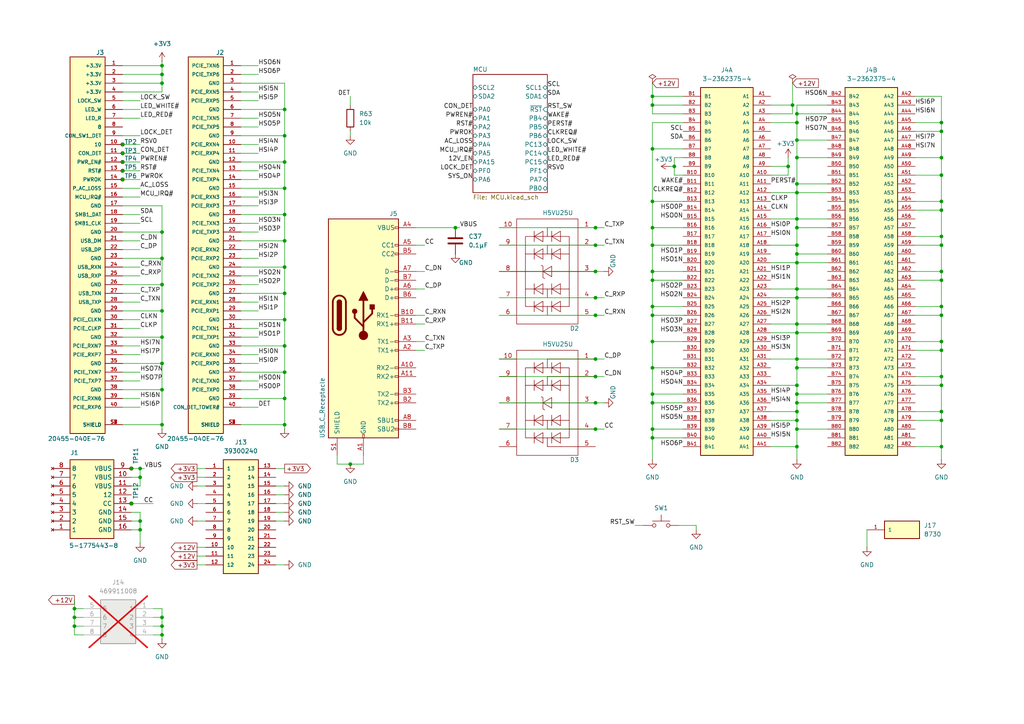
<source format=kicad_sch>
(kicad_sch (version 20231120) (generator "eeschema") (generator_version "8.0")
  (paper "A4")
  (junction (at 273.05 91.44))
  (junction (at 273.05 109.22))
  (junction (at 231.14 83.82))
  (junction (at 273.05 111.76))
  (junction (at 172.72 124.46))
  (junction (at 231.14 114.3))
  (junction (at 46.99 184.15))
  (junction (at 82.55 123.19))
  (junction (at 189.23 81.28))
  (junction (at 46.99 21.59))
  (junction (at 172.72 116.84))
  (junction (at 189.23 114.3))
  (junction (at 273.05 121.92))
  (junction (at 273.05 101.6))
  (junction (at 46.99 97.79))
  (junction (at 132.08 66.04))
  (junction (at 46.99 113.03))
  (junction (at 82.55 77.47))
  (junction (at 273.05 81.28))
  (junction (at 231.14 33.02))
  (junction (at 231.14 76.2))
  (junction (at 35.56 44.45))
  (junction (at 231.14 96.52))
  (junction (at 231.14 66.04))
  (junction (at 82.55 39.37))
  (junction (at 46.99 179.07))
  (junction (at 21.59 179.07))
  (junction (at 273.05 58.42))
  (junction (at 231.14 116.84))
  (junction (at 46.99 90.17))
  (junction (at 21.59 181.61))
  (junction (at 273.05 35.56))
  (junction (at 46.99 123.19))
  (junction (at 82.55 46.99))
  (junction (at 172.72 86.36))
  (junction (at 35.56 46.99))
  (junction (at 40.64 135.89))
  (junction (at 231.14 53.34))
  (junction (at 231.14 45.72))
  (junction (at 231.14 40.64))
  (junction (at 101.6 134.62))
  (junction (at 231.14 129.54))
  (junction (at 231.14 86.36))
  (junction (at 273.05 50.8))
  (junction (at 231.14 93.98))
  (junction (at 46.99 181.61))
  (junction (at 82.55 69.85))
  (junction (at 82.55 85.09))
  (junction (at 82.55 107.95))
  (junction (at 273.05 38.1))
  (junction (at 82.55 54.61))
  (junction (at 46.99 105.41))
  (junction (at 273.05 71.12))
  (junction (at 189.23 27.94))
  (junction (at 273.05 99.06))
  (junction (at 82.55 115.57))
  (junction (at 231.14 55.88))
  (junction (at 46.99 24.13))
  (junction (at 172.72 109.22))
  (junction (at 189.23 43.18))
  (junction (at 82.55 31.75))
  (junction (at 46.99 82.55))
  (junction (at 21.59 176.53))
  (junction (at 273.05 88.9))
  (junction (at 273.05 68.58))
  (junction (at 189.23 78.74))
  (junction (at 189.23 71.12))
  (junction (at 231.14 111.76))
  (junction (at 273.05 119.38))
  (junction (at 231.14 124.46))
  (junction (at 40.64 138.43))
  (junction (at 40.64 151.13))
  (junction (at 172.72 78.74))
  (junction (at 82.55 92.71))
  (junction (at 189.23 88.9))
  (junction (at 189.23 106.68))
  (junction (at 35.56 52.07))
  (junction (at 46.99 74.93))
  (junction (at 189.23 66.04))
  (junction (at 189.23 30.48))
  (junction (at 189.23 116.84))
  (junction (at 189.23 58.42))
  (junction (at 229.87 30.48))
  (junction (at 231.14 71.12))
  (junction (at 189.23 91.44))
  (junction (at 231.14 63.5))
  (junction (at 35.56 41.91))
  (junction (at 46.99 19.05))
  (junction (at 189.23 124.46))
  (junction (at 38.1 135.89))
  (junction (at 273.05 45.72))
  (junction (at 189.23 99.06))
  (junction (at 172.72 66.04))
  (junction (at 231.14 104.14))
  (junction (at 189.23 127))
  (junction (at 172.72 91.44))
  (junction (at 195.58 48.26))
  (junction (at 231.14 119.38))
  (junction (at 273.05 78.74))
  (junction (at 273.05 129.54))
  (junction (at 231.14 35.56))
  (junction (at 231.14 73.66))
  (junction (at 46.99 67.31))
  (junction (at 35.56 49.53))
  (junction (at 231.14 121.92))
  (junction (at 40.64 153.67))
  (junction (at 273.05 60.96))
  (junction (at 172.72 104.14))
  (junction (at 38.1 146.05))
  (junction (at 172.72 71.12))
  (junction (at 82.55 100.33))
  (junction (at 231.14 106.68))
  (junction (at 82.55 62.23))
  (junction (at 228.6 48.26))
  (wire (pts (xy 80.01 140.97) (xy 82.55 140.97)))
  (wire (pts (xy 46.99 181.61) (xy 46.99 179.07)))
  (wire (pts (xy 74.93 49.53) (xy 69.85 49.53)))
  (wire (pts (xy 189.23 71.12) (xy 198.12 71.12)))
  (wire (pts (xy 97.79 134.62) (xy 101.6 134.62)))
  (wire (pts (xy 38.1 146.05) (xy 44.45 146.05)))
  (wire (pts (xy 46.99 90.17) (xy 46.99 97.79)))
  (wire (pts (xy 231.14 33.02) (xy 231.14 35.56)))
  (wire (pts (xy 195.58 45.72) (xy 195.58 48.26)))
  (wire (pts (xy 35.56 105.41) (xy 46.99 105.41)))
  (wire (pts (xy 120.65 91.44) (xy 123.19 91.44)))
  (wire (pts (xy 144.78 104.14) (xy 172.72 104.14)))
  (wire (pts (xy 273.05 129.54) (xy 273.05 133.35)))
  (wire (pts (xy 231.14 104.14) (xy 240.03 104.14)))
  (wire (pts (xy 223.52 33.02) (xy 229.87 33.02)))
  (wire (pts (xy 223.52 63.5) (xy 231.14 63.5)))
  (wire (pts (xy 172.72 116.84) (xy 175.26 116.84)))
  (wire (pts (xy 35.56 90.17) (xy 46.99 90.17)))
  (wire (pts (xy 35.56 97.79) (xy 46.99 97.79)))
  (wire (pts (xy 80.01 151.13) (xy 82.55 151.13)))
  (wire (pts (xy 35.56 52.07) (xy 40.64 52.07)))
  (wire (pts (xy 35.56 113.03) (xy 46.99 113.03)))
  (wire (pts (xy 69.85 100.33) (xy 82.55 100.33)))
  (wire (pts (xy 80.01 163.83) (xy 82.55 163.83)))
  (wire (pts (xy 144.78 109.22) (xy 172.72 109.22)))
  (wire (pts (xy 40.64 153.67) (xy 40.64 157.48)))
  (wire (pts (xy 198.12 58.42) (xy 189.23 58.42)))
  (wire (pts (xy 172.72 86.36) (xy 175.26 86.36)))
  (wire (pts (xy 223.52 86.36) (xy 231.14 86.36)))
  (wire (pts (xy 35.56 34.29) (xy 40.64 34.29)))
  (wire (pts (xy 40.64 107.95) (xy 35.56 107.95)))
  (wire (pts (xy 82.55 115.57) (xy 82.55 123.19)))
  (wire (pts (xy 74.93 80.01) (xy 69.85 80.01)))
  (wire (pts (xy 265.43 71.12) (xy 273.05 71.12)))
  (wire (pts (xy 231.14 106.68) (xy 240.03 106.68)))
  (wire (pts (xy 40.64 77.47) (xy 35.56 77.47)))
  (wire (pts (xy 144.78 66.04) (xy 172.72 66.04)))
  (wire (pts (xy 144.78 124.46) (xy 172.72 124.46)))
  (wire (pts (xy 82.55 107.95) (xy 82.55 115.57)))
  (wire (pts (xy 231.14 63.5) (xy 231.14 66.04)))
  (wire (pts (xy 251.46 153.67) (xy 251.46 158.75)))
  (wire (pts (xy 101.6 38.1) (xy 101.6 39.37)))
  (wire (pts (xy 189.23 88.9) (xy 189.23 91.44)))
  (wire (pts (xy 40.64 85.09) (xy 35.56 85.09)))
  (wire (pts (xy 223.52 83.82) (xy 231.14 83.82)))
  (wire (pts (xy 273.05 58.42) (xy 273.05 60.96)))
  (wire (pts (xy 40.64 102.87) (xy 35.56 102.87)))
  (wire (pts (xy 35.56 44.45) (xy 40.64 44.45)))
  (wire (pts (xy 189.23 66.04) (xy 198.12 66.04)))
  (wire (pts (xy 82.55 24.13) (xy 82.55 31.75)))
  (wire (pts (xy 189.23 88.9) (xy 198.12 88.9)))
  (wire (pts (xy 40.64 100.33) (xy 35.56 100.33)))
  (wire (pts (xy 229.87 33.02) (xy 229.87 30.48)))
  (wire (pts (xy 46.99 123.19) (xy 46.99 124.46)))
  (wire (pts (xy 265.43 99.06) (xy 273.05 99.06)))
  (wire (pts (xy 231.14 121.92) (xy 231.14 124.46)))
  (wire (pts (xy 189.23 127) (xy 189.23 133.35)))
  (wire (pts (xy 35.56 67.31) (xy 46.99 67.31)))
  (wire (pts (xy 35.56 74.93) (xy 46.99 74.93)))
  (wire (pts (xy 46.99 113.03) (xy 46.99 123.19)))
  (wire (pts (xy 120.65 83.82) (xy 123.19 83.82)))
  (wire (pts (xy 231.14 45.72) (xy 240.03 45.72)))
  (wire (pts (xy 223.52 55.88) (xy 231.14 55.88)))
  (wire (pts (xy 231.14 40.64) (xy 240.03 40.64)))
  (wire (pts (xy 46.99 67.31) (xy 46.99 74.93)))
  (wire (pts (xy 74.93 64.77) (xy 69.85 64.77)))
  (wire (pts (xy 172.72 124.46) (xy 175.26 124.46)))
  (wire (pts (xy 172.72 104.14) (xy 175.26 104.14)))
  (wire (pts (xy 40.64 135.89) (xy 40.64 138.43)))
  (wire (pts (xy 231.14 129.54) (xy 231.14 133.35)))
  (wire (pts (xy 240.03 30.48) (xy 231.14 30.48)))
  (wire (pts (xy 265.43 27.94) (xy 273.05 27.94)))
  (wire (pts (xy 273.05 81.28) (xy 273.05 88.9)))
  (wire (pts (xy 80.01 146.05) (xy 82.55 146.05)))
  (wire (pts (xy 40.64 148.59) (xy 40.64 151.13)))
  (wire (pts (xy 189.23 114.3) (xy 189.23 116.84)))
  (wire (pts (xy 21.59 179.07) (xy 21.59 176.53)))
  (wire (pts (xy 40.64 69.85) (xy 35.56 69.85)))
  (wire (pts (xy 21.59 179.07) (xy 24.13 179.07)))
  (wire (pts (xy 74.93 90.17) (xy 69.85 90.17)))
  (wire (pts (xy 189.23 30.48) (xy 189.23 27.94)))
  (wire (pts (xy 69.85 24.13) (xy 82.55 24.13)))
  (wire (pts (xy 46.99 179.07) (xy 46.99 176.53)))
  (wire (pts (xy 231.14 35.56) (xy 231.14 40.64)))
  (wire (pts (xy 40.64 87.63) (xy 35.56 87.63)))
  (wire (pts (xy 69.85 39.37) (xy 82.55 39.37)))
  (wire (pts (xy 46.99 82.55) (xy 46.99 90.17)))
  (wire (pts (xy 189.23 33.02) (xy 189.23 30.48)))
  (wire (pts (xy 132.08 66.04) (xy 133.35 66.04)))
  (wire (pts (xy 69.85 92.71) (xy 82.55 92.71)))
  (wire (pts (xy 265.43 111.76) (xy 273.05 111.76)))
  (wire (pts (xy 40.64 118.11) (xy 35.56 118.11)))
  (wire (pts (xy 231.14 55.88) (xy 231.14 63.5)))
  (wire (pts (xy 69.85 31.75) (xy 82.55 31.75)))
  (wire (pts (xy 231.14 93.98) (xy 231.14 96.52)))
  (wire (pts (xy 69.85 85.09) (xy 82.55 85.09)))
  (wire (pts (xy 120.65 93.98) (xy 123.19 93.98)))
  (wire (pts (xy 231.14 40.64) (xy 231.14 45.72)))
  (wire (pts (xy 231.14 124.46) (xy 240.03 124.46)))
  (wire (pts (xy 189.23 43.18) (xy 198.12 43.18)))
  (wire (pts (xy 82.55 85.09) (xy 82.55 92.71)))
  (wire (pts (xy 265.43 78.74) (xy 273.05 78.74)))
  (wire (pts (xy 74.93 34.29) (xy 69.85 34.29)))
  (wire (pts (xy 46.99 19.05) (xy 46.99 17.78)))
  (wire (pts (xy 57.15 140.97) (xy 59.69 140.97)))
  (wire (pts (xy 74.93 74.93) (xy 69.85 74.93)))
  (wire (pts (xy 21.59 181.61) (xy 21.59 179.07)))
  (wire (pts (xy 189.23 116.84) (xy 198.12 116.84)))
  (wire (pts (xy 69.85 77.47) (xy 82.55 77.47)))
  (wire (pts (xy 189.23 43.18) (xy 189.23 58.42)))
  (wire (pts (xy 189.23 78.74) (xy 198.12 78.74)))
  (wire (pts (xy 231.14 124.46) (xy 231.14 129.54)))
  (wire (pts (xy 80.01 148.59) (xy 82.55 148.59)))
  (wire (pts (xy 46.99 21.59) (xy 46.99 19.05)))
  (wire (pts (xy 40.64 110.49) (xy 35.56 110.49)))
  (wire (pts (xy 223.52 121.92) (xy 231.14 121.92)))
  (wire (pts (xy 231.14 104.14) (xy 231.14 106.68)))
  (wire (pts (xy 265.43 119.38) (xy 273.05 119.38)))
  (wire (pts (xy 231.14 83.82) (xy 240.03 83.82)))
  (wire (pts (xy 74.93 44.45) (xy 69.85 44.45)))
  (wire (pts (xy 46.99 179.07) (xy 44.45 179.07)))
  (wire (pts (xy 231.14 53.34) (xy 240.03 53.34)))
  (wire (pts (xy 74.93 82.55) (xy 69.85 82.55)))
  (wire (pts (xy 189.23 58.42) (xy 189.23 66.04)))
  (wire (pts (xy 35.56 46.99) (xy 40.64 46.99)))
  (wire (pts (xy 223.52 35.56) (xy 231.14 35.56)))
  (wire (pts (xy 35.56 24.13) (xy 46.99 24.13)))
  (wire (pts (xy 101.6 134.62) (xy 105.41 134.62)))
  (wire (pts (xy 273.05 121.92) (xy 273.05 129.54)))
  (wire (pts (xy 231.14 76.2) (xy 231.14 83.82)))
  (wire (pts (xy 172.72 91.44) (xy 175.26 91.44)))
  (wire (pts (xy 35.56 31.75) (xy 40.64 31.75)))
  (wire (pts (xy 201.93 152.4) (xy 201.93 153.67)))
  (wire (pts (xy 273.05 109.22) (xy 273.05 111.76)))
  (wire (pts (xy 74.93 97.79) (xy 69.85 97.79)))
  (wire (pts (xy 229.87 24.13) (xy 229.87 30.48)))
  (wire (pts (xy 144.78 86.36) (xy 172.72 86.36)))
  (wire (pts (xy 82.55 62.23) (xy 82.55 69.85)))
  (wire (pts (xy 265.43 91.44) (xy 273.05 91.44)))
  (wire (pts (xy 82.55 39.37) (xy 82.55 46.99)))
  (wire (pts (xy 101.6 27.94) (xy 101.6 30.48)))
  (wire (pts (xy 74.93 110.49) (xy 69.85 110.49)))
  (wire (pts (xy 120.65 66.04) (xy 132.08 66.04)))
  (wire (pts (xy 35.56 82.55) (xy 46.99 82.55)))
  (wire (pts (xy 223.52 96.52) (xy 231.14 96.52)))
  (wire (pts (xy 82.55 31.75) (xy 82.55 39.37)))
  (wire (pts (xy 223.52 30.48) (xy 229.87 30.48)))
  (wire (pts (xy 35.56 21.59) (xy 46.99 21.59)))
  (wire (pts (xy 198.12 33.02) (xy 189.23 33.02)))
  (wire (pts (xy 273.05 27.94) (xy 273.05 35.56)))
  (wire (pts (xy 35.56 26.67) (xy 46.99 26.67)))
  (wire (pts (xy 144.78 116.84) (xy 172.72 116.84)))
  (wire (pts (xy 69.85 46.99) (xy 82.55 46.99)))
  (wire (pts (xy 189.23 124.46) (xy 198.12 124.46)))
  (wire (pts (xy 231.14 86.36) (xy 231.14 93.98)))
  (wire (pts (xy 46.99 185.42) (xy 46.99 184.15)))
  (wire (pts (xy 265.43 38.1) (xy 273.05 38.1)))
  (wire (pts (xy 74.93 105.41) (xy 69.85 105.41)))
  (wire (pts (xy 198.12 35.56) (xy 189.23 35.56)))
  (wire (pts (xy 273.05 101.6) (xy 273.05 109.22)))
  (wire (pts (xy 273.05 50.8) (xy 273.05 58.42)))
  (wire (pts (xy 223.52 119.38) (xy 231.14 119.38)))
  (wire (pts (xy 69.85 54.61) (xy 82.55 54.61)))
  (wire (pts (xy 57.15 158.75) (xy 59.69 158.75)))
  (wire (pts (xy 195.58 48.26) (xy 195.58 50.8)))
  (wire (pts (xy 198.12 45.72) (xy 195.58 45.72)))
  (wire (pts (xy 74.93 102.87) (xy 69.85 102.87)))
  (wire (pts (xy 265.43 129.54) (xy 273.05 129.54)))
  (wire (pts (xy 273.05 99.06) (xy 273.05 101.6)))
  (wire (pts (xy 231.14 114.3) (xy 231.14 116.84)))
  (wire (pts (xy 228.6 45.72) (xy 228.6 48.26)))
  (wire (pts (xy 231.14 96.52) (xy 240.03 96.52)))
  (wire (pts (xy 46.99 176.53) (xy 44.45 176.53)))
  (wire (pts (xy 57.15 161.29) (xy 59.69 161.29)))
  (wire (pts (xy 231.14 106.68) (xy 231.14 111.76)))
  (wire (pts (xy 265.43 45.72) (xy 273.05 45.72)))
  (wire (pts (xy 189.23 106.68) (xy 189.23 114.3)))
  (wire (pts (xy 57.15 146.05) (xy 59.69 146.05)))
  (wire (pts (xy 21.59 184.15) (xy 21.59 181.61)))
  (wire (pts (xy 35.56 59.69) (xy 46.99 59.69)))
  (wire (pts (xy 40.64 92.71) (xy 35.56 92.71)))
  (wire (pts (xy 189.23 116.84) (xy 189.23 124.46)))
  (wire (pts (xy 82.55 92.71) (xy 82.55 100.33)))
  (wire (pts (xy 231.14 63.5) (xy 240.03 63.5)))
  (wire (pts (xy 57.15 151.13) (xy 59.69 151.13)))
  (wire (pts (xy 35.56 57.15) (xy 40.64 57.15)))
  (wire (pts (xy 80.01 143.51) (xy 82.55 143.51)))
  (wire (pts (xy 74.93 95.25) (xy 69.85 95.25)))
  (wire (pts (xy 265.43 50.8) (xy 273.05 50.8)))
  (wire (pts (xy 35.56 54.61) (xy 40.64 54.61)))
  (wire (pts (xy 24.13 184.15) (xy 21.59 184.15)))
  (wire (pts (xy 120.65 78.74) (xy 123.19 78.74)))
  (wire (pts (xy 273.05 119.38) (xy 273.05 121.92)))
  (wire (pts (xy 46.99 24.13) (xy 46.99 21.59)))
  (wire (pts (xy 74.93 87.63) (xy 69.85 87.63)))
  (wire (pts (xy 231.14 83.82) (xy 231.14 86.36)))
  (wire (pts (xy 144.78 91.44) (xy 172.72 91.44)))
  (wire (pts (xy 189.23 91.44) (xy 198.12 91.44)))
  (wire (pts (xy 189.23 99.06) (xy 189.23 106.68)))
  (wire (pts (xy 265.43 81.28) (xy 273.05 81.28)))
  (wire (pts (xy 74.93 59.69) (xy 69.85 59.69)))
  (wire (pts (xy 223.52 129.54) (xy 231.14 129.54)))
  (wire (pts (xy 231.14 73.66) (xy 231.14 76.2)))
  (wire (pts (xy 273.05 71.12) (xy 273.05 78.74)))
  (wire (pts (xy 40.64 62.23) (xy 35.56 62.23)))
  (wire (pts (xy 144.78 78.74) (xy 172.72 78.74)))
  (wire (pts (xy 189.23 78.74) (xy 189.23 81.28)))
  (wire (pts (xy 69.85 62.23) (xy 82.55 62.23)))
  (wire (pts (xy 231.14 55.88) (xy 240.03 55.88)))
  (wire (pts (xy 46.99 74.93) (xy 46.99 82.55)))
  (wire (pts (xy 38.1 140.97) (xy 40.64 140.97)))
  (wire (pts (xy 69.85 123.19) (xy 82.55 123.19)))
  (wire (pts (xy 35.56 123.19) (xy 46.99 123.19)))
  (wire (pts (xy 40.64 115.57) (xy 35.56 115.57)))
  (wire (pts (xy 189.23 106.68) (xy 198.12 106.68)))
  (wire (pts (xy 273.05 60.96) (xy 273.05 68.58)))
  (wire (pts (xy 231.14 96.52) (xy 231.14 104.14)))
  (wire (pts (xy 38.1 151.13) (xy 40.64 151.13)))
  (wire (pts (xy 40.64 64.77) (xy 35.56 64.77)))
  (wire (pts (xy 21.59 176.53) (xy 24.13 176.53)))
  (wire (pts (xy 273.05 88.9) (xy 273.05 91.44)))
  (wire (pts (xy 74.93 19.05) (xy 69.85 19.05)))
  (wire (pts (xy 74.93 29.21) (xy 69.85 29.21)))
  (wire (pts (xy 44.45 184.15) (xy 46.99 184.15)))
  (wire (pts (xy 231.14 30.48) (xy 231.14 33.02)))
  (wire (pts (xy 69.85 115.57) (xy 82.55 115.57)))
  (wire (pts (xy 172.72 109.22) (xy 175.26 109.22)))
  (wire (pts (xy 40.64 138.43) (xy 40.64 140.97)))
  (wire (pts (xy 223.52 48.26) (xy 228.6 48.26)))
  (wire (pts (xy 69.85 107.95) (xy 82.55 107.95)))
  (wire (pts (xy 265.43 109.22) (xy 273.05 109.22)))
  (wire (pts (xy 189.23 66.04) (xy 189.23 71.12)))
  (wire (pts (xy 231.14 86.36) (xy 240.03 86.36)))
  (wire (pts (xy 82.55 100.33) (xy 82.55 107.95)))
  (wire (pts (xy 231.14 45.72) (xy 231.14 53.34)))
  (wire (pts (xy 35.56 41.91) (xy 40.64 41.91)))
  (wire (pts (xy 21.59 181.61) (xy 24.13 181.61)))
  (wire (pts (xy 80.01 135.89) (xy 82.55 135.89)))
  (wire (pts (xy 265.43 35.56) (xy 273.05 35.56)))
  (wire (pts (xy 74.93 26.67) (xy 69.85 26.67)))
  (wire (pts (xy 82.55 46.99) (xy 82.55 54.61)))
  (wire (pts (xy 46.99 184.15) (xy 46.99 181.61)))
  (wire (pts (xy 97.79 132.08) (xy 97.79 134.62)))
  (wire (pts (xy 231.14 73.66) (xy 240.03 73.66)))
  (wire (pts (xy 231.14 93.98) (xy 240.03 93.98)))
  (wire (pts (xy 228.6 50.8) (xy 228.6 48.26)))
  (wire (pts (xy 223.52 111.76) (xy 231.14 111.76)))
  (wire (pts (xy 273.05 78.74) (xy 273.05 81.28)))
  (wire (pts (xy 82.55 123.19) (xy 82.55 124.46)))
  (wire (pts (xy 172.72 71.12) (xy 175.26 71.12)))
  (wire (pts (xy 120.65 101.6) (xy 123.19 101.6)))
  (wire (pts (xy 38.1 148.59) (xy 40.64 148.59)))
  (wire (pts (xy 46.99 181.61) (xy 44.45 181.61)))
  (wire (pts (xy 273.05 91.44) (xy 273.05 99.06)))
  (wire (pts (xy 57.15 138.43) (xy 59.69 138.43)))
  (wire (pts (xy 231.14 66.04) (xy 240.03 66.04)))
  (wire (pts (xy 189.23 71.12) (xy 189.23 78.74)))
  (wire (pts (xy 40.64 151.13) (xy 40.64 153.67)))
  (wire (pts (xy 82.55 54.61) (xy 82.55 62.23)))
  (wire (pts (xy 273.05 68.58) (xy 273.05 71.12)))
  (wire (pts (xy 57.15 135.89) (xy 59.69 135.89)))
  (wire (pts (xy 189.23 99.06) (xy 198.12 99.06)))
  (wire (pts (xy 195.58 50.8) (xy 198.12 50.8)))
  (wire (pts (xy 231.14 66.04) (xy 231.14 71.12)))
  (wire (pts (xy 231.14 53.34) (xy 231.14 55.88)))
  (wire (pts (xy 35.56 19.05) (xy 46.99 19.05)))
  (wire (pts (xy 265.43 121.92) (xy 273.05 121.92)))
  (wire (pts (xy 223.52 93.98) (xy 231.14 93.98)))
  (wire (pts (xy 189.23 127) (xy 198.12 127)))
  (wire (pts (xy 223.52 50.8) (xy 228.6 50.8)))
  (wire (pts (xy 74.93 21.59) (xy 69.85 21.59)))
  (wire (pts (xy 74.93 57.15) (xy 69.85 57.15)))
  (wire (pts (xy 273.05 111.76) (xy 273.05 119.38)))
  (wire (pts (xy 265.43 58.42) (xy 273.05 58.42)))
  (wire (pts (xy 189.23 91.44) (xy 189.23 99.06)))
  (wire (pts (xy 198.12 30.48) (xy 189.23 30.48)))
  (wire (pts (xy 21.59 173.99) (xy 21.59 176.53)))
  (wire (pts (xy 38.1 138.43) (xy 40.64 138.43)))
  (wire (pts (xy 231.14 71.12) (xy 231.14 73.66)))
  (wire (pts (xy 184.15 152.4) (xy 186.69 152.4)))
  (wire (pts (xy 120.65 99.06) (xy 123.19 99.06)))
  (wire (pts (xy 40.64 49.53) (xy 35.56 49.53)))
  (wire (pts (xy 172.72 66.04) (xy 175.26 66.04)))
  (wire (pts (xy 38.1 153.67) (xy 40.64 153.67)))
  (wire (pts (xy 172.72 78.74) (xy 175.26 78.74)))
  (wire (pts (xy 194.31 48.26) (xy 195.58 48.26)))
  (wire (pts (xy 46.99 105.41) (xy 46.99 113.03)))
  (wire (pts (xy 231.14 116.84) (xy 240.03 116.84)))
  (wire (pts (xy 40.64 80.01) (xy 35.56 80.01)))
  (wire (pts (xy 231.14 114.3) (xy 240.03 114.3)))
  (wire (pts (xy 69.85 69.85) (xy 82.55 69.85)))
  (wire (pts (xy 196.85 152.4) (xy 201.93 152.4)))
  (wire (pts (xy 273.05 38.1) (xy 273.05 45.72)))
  (wire (pts (xy 57.15 163.83) (xy 59.69 163.83)))
  (wire (pts (xy 82.55 77.47) (xy 82.55 85.09)))
  (wire (pts (xy 144.78 71.12) (xy 172.72 71.12)))
  (wire (pts (xy 46.99 97.79) (xy 46.99 105.41)))
  (wire (pts (xy 35.56 39.37) (xy 40.64 39.37)))
  (wire (pts (xy 189.23 81.28) (xy 189.23 88.9)))
  (wire (pts (xy 198.12 27.94) (xy 189.23 27.94)))
  (wire (pts (xy 74.93 41.91) (xy 69.85 41.91)))
  (wire (pts (xy 46.99 26.67) (xy 46.99 24.13)))
  (wire (pts (xy 223.52 71.12) (xy 231.14 71.12)))
  (wire (pts (xy 74.93 113.03) (xy 69.85 113.03)))
  (wire (pts (xy 82.55 69.85) (xy 82.55 77.47)))
  (wire (pts (xy 189.23 114.3) (xy 198.12 114.3)))
  (wire (pts (xy 40.64 95.25) (xy 35.56 95.25)))
  (wire (pts (xy 69.85 118.11) (xy 74.93 118.11)))
  (wire (pts (xy 265.43 88.9) (xy 273.05 88.9)))
  (wire (pts (xy 231.14 111.76) (xy 231.14 114.3)))
  (wire (pts (xy 38.1 135.89) (xy 40.64 135.89)))
  (wire (pts (xy 223.52 104.14) (xy 231.14 104.14)))
  (wire (pts (xy 46.99 59.69) (xy 46.99 67.31)))
  (wire (pts (xy 74.93 36.83) (xy 69.85 36.83)))
  (wire (pts (xy 74.93 52.07) (xy 69.85 52.07)))
  (wire (pts (xy 189.23 81.28) (xy 198.12 81.28)))
  (wire (pts (xy 265.43 101.6) (xy 273.05 101.6)))
  (wire (pts (xy 189.23 35.56) (xy 189.23 43.18)))
  (wire (pts (xy 35.56 29.21) (xy 40.64 29.21)))
  (wire (pts (xy 231.14 119.38) (xy 231.14 121.92)))
  (wire (pts (xy 189.23 124.46) (xy 189.23 127)))
  (wire (pts (xy 41.91 135.89) (xy 40.64 135.89)))
  (wire (pts (xy 265.43 68.58) (xy 273.05 68.58)))
  (wire (pts (xy 265.43 60.96) (xy 273.05 60.96)))
  (wire (pts (xy 231.14 116.84) (xy 231.14 119.38)))
  (wire (pts (xy 231.14 76.2) (xy 240.03 76.2)))
  (wire (pts (xy 40.64 72.39) (xy 35.56 72.39)))
  (wire (pts (xy 273.05 45.72) (xy 273.05 50.8)))
  (wire (pts (xy 74.93 72.39) (xy 69.85 72.39)))
  (wire (pts (xy 273.05 35.56) (xy 273.05 38.1)))
  (wire (pts (xy 189.23 24.13) (xy 189.23 27.94)))
  (wire (pts (xy 231.14 33.02) (xy 240.03 33.02)))
  (wire (pts (xy 120.65 71.12) (xy 123.19 71.12)))
  (wire (pts (xy 105.41 134.62) (xy 105.41 132.08)))
  (wire (pts (xy 74.93 67.31) (xy 69.85 67.31)))
  (wire (pts (xy 223.52 76.2) (xy 231.14 76.2)))
  (label "HSO1N" (at 198.12 76.2 180))
  (label "HSI2P" (at 74.93 74.93 0))
  (label "HSO6P" (at 74.93 21.59 0))
  (label "CC" (at 175.26 124.46 0))
  (label "HSI5P" (at 223.52 124.46 0))
  (label "HSI5P" (at 74.93 29.21 0))
  (label "C_RXN" (at 175.26 91.44 0))
  (label "PWROK" (at 137.16 39.37 180))
  (label "C_DP" (at 123.19 83.82 0))
  (label "HSO3P" (at 198.12 93.98 180))
  (label "SDA" (at 40.64 62.23 0))
  (label "HSI3P" (at 223.52 99.06 0))
  (label "RSV0" (at 158.75 49.53 0))
  (label "HSI0P" (at 223.52 66.04 0))
  (label "LED_RED#" (at 40.64 34.29 0))
  (label "LOCK_SW" (at 40.64 29.21 0))
  (label "CLKN" (at 223.52 60.96 0))
  (label "SDA" (at 158.75 27.94 0))
  (label "PWROK" (at 40.64 52.07 0))
  (label "VBUS" (at 133.35 66.04 0))
  (label "CLKN" (at 40.64 92.71 0))
  (label "HSI0N" (at 74.93 102.87 0))
  (label "HSO4P" (at 198.12 109.22 180))
  (label "HSO2P" (at 198.12 83.82 180))
  (label "HSO4N" (at 198.12 111.76 180))
  (label "SCL" (at 158.75 25.4 0))
  (label "C_RXN" (at 123.19 91.44 0))
  (label "C_DN" (at 175.26 109.22 0))
  (label "DET" (at 74.93 118.11 0))
  (label "C_DP" (at 40.64 72.39 0))
  (label "C_TXN" (at 40.64 87.63 0))
  (label "HSO5N" (at 74.93 34.29 0))
  (label "PWREN#" (at 40.64 46.99 0))
  (label "HSO3N" (at 198.12 96.52 180))
  (label "WAKE#" (at 198.12 53.34 180))
  (label "SDA" (at 198.12 40.64 180))
  (label "HSI3P" (at 74.93 59.69 0))
  (label "CON_DET" (at 137.16 31.75 180))
  (label "HSI4N" (at 223.52 116.84 0))
  (label "12V_EN" (at 137.16 46.99 180))
  (label "MCU_IRQ#" (at 40.64 57.15 0))
  (label "HSO2P" (at 74.93 82.55 0))
  (label "HSI6P" (at 265.43 30.48 0))
  (label "HSI4N" (at 74.93 41.91 0))
  (label "CLKREQ#" (at 158.75 39.37 0))
  (label "HSO5P" (at 74.93 36.83 0))
  (label "HSO5P" (at 198.12 119.38 180))
  (label "HSI4P" (at 223.52 114.3 0))
  (label "HSI4P" (at 74.93 44.45 0))
  (label "HSO7N" (at 240.03 38.1 180))
  (label "PWREN#" (at 137.16 34.29 180))
  (label "LOCK_DET" (at 40.64 39.37 0))
  (label "HSI7N" (at 40.64 100.33 0))
  (label "AC_LOSS" (at 40.64 54.61 0))
  (label "HSI5N" (at 74.93 26.67 0))
  (label "SCL" (at 40.64 64.77 0))
  (label "C_TXP" (at 175.26 66.04 0))
  (label "RSV0" (at 40.64 41.91 0))
  (label "LED_RED#" (at 158.75 46.99 0))
  (label "HSI6N" (at 265.43 33.02 0))
  (label "HSO7P" (at 240.03 35.56 180))
  (label "HSO0P" (at 74.93 113.03 0))
  (label "HSO0P" (at 198.12 60.96 180))
  (label "C_DN" (at 123.19 78.74 0))
  (label "HSO1P" (at 198.12 73.66 180))
  (label "HSI7P" (at 265.43 40.64 0))
  (label "HSO2N" (at 198.12 86.36 180))
  (label "HSO7P" (at 40.64 110.49 0))
  (label "LOCK_SW" (at 158.75 41.91 0))
  (label "HSI0N" (at 223.52 68.58 0))
  (label "HSO2N" (at 74.93 80.01 0))
  (label "VBUS" (at 41.91 135.89 0))
  (label "HSI5N" (at 223.52 127 0))
  (label "C_RXN" (at 40.64 77.47 0))
  (label "HSO3N" (at 74.93 64.77 0))
  (label "CC" (at 44.45 146.05 180))
  (label "HSO4N" (at 74.93 49.53 0))
  (label "PERST#" (at 223.52 53.34 0))
  (label "PERST#" (at 158.75 36.83 0))
  (label "C_RXP" (at 40.64 80.01 0))
  (label "HSI1N" (at 74.93 87.63 0))
  (label "HSO7N" (at 40.64 107.95 0))
  (label "LED_WHITE#" (at 158.75 44.45 0))
  (label "HSI1N" (at 223.52 81.28 0))
  (label "DET" (at 101.6 27.94 180))
  (label "AC_LOSS" (at 137.16 41.91 180))
  (label "CLKP" (at 40.64 95.25 0))
  (label "C_DN" (at 40.64 69.85 0))
  (label "HSI1P" (at 223.52 78.74 0))
  (label "C_RXP" (at 175.26 86.36 0))
  (label "MCU_IRQ#" (at 137.16 44.45 180))
  (label "WAKE#" (at 158.75 34.29 0))
  (label "CC" (at 123.19 71.12 0))
  (label "C_TXP" (at 123.19 101.6 0))
  (label "C_TXN" (at 123.19 99.06 0))
  (label "CLKREQ#" (at 198.12 55.88 180))
  (label "RST#" (at 137.16 36.83 180))
  (label "C_DP" (at 175.26 104.14 0))
  (label "RST#" (at 40.64 49.53 0))
  (label "RST_SW" (at 158.75 31.75 0))
  (label "HSI6P" (at 40.64 118.11 0))
  (label "HSO0N" (at 198.12 63.5 180))
  (label "C_TXN" (at 175.26 71.12 0))
  (label "HSO6N" (at 240.03 27.94 180))
  (label "HSI2N" (at 74.93 72.39 0))
  (label "C_TXP" (at 40.64 85.09 0))
  (label "HSO3P" (at 74.93 67.31 0))
  (label "CLKP" (at 223.52 58.42 0))
  (label "HSI6N" (at 40.64 115.57 0))
  (label "HSO6N" (at 74.93 19.05 0))
  (label "C_RXP" (at 123.19 93.98 0))
  (label "HSO5N" (at 198.12 121.92 180))
  (label "CON_DET" (at 40.64 44.45 0))
  (label "HSO6P" (at 198.12 129.54 180))
  (label "SCL" (at 198.12 38.1 180))
  (label "HSO0N" (at 74.93 110.49 0))
  (label "HSO4P" (at 74.93 52.07 0))
  (label "HSO1P" (at 74.93 97.79 0))
  (label "HSI3N" (at 74.93 57.15 0))
  (label "HSO1N" (at 74.93 95.25 0))
  (label "RST_SW" (at 184.15 152.4 180))
  (label "LED_WHITE#" (at 40.64 31.75 0))
  (label "HSI2N" (at 223.52 91.44 0))
  (label "HSI2P" (at 223.52 88.9 0))
  (label "HSI0P" (at 74.93 105.41 0))
  (label "HSI7N" (at 265.43 43.18 0))
  (label "LOCK_DET" (at 137.16 49.53 180))
  (label "HSI7P" (at 40.64 102.87 0))
  (label "HSI1P" (at 74.93 90.17 0))
  (label "SYS_ON" (at 137.16 52.07 180))
  (label "HSI3N" (at 223.52 101.6 0))
  (global_label "+3V3" (shape output) (at 57.15 135.89 180) (property "Intersheetrefs" "${INTERSHEET_REFS}" (effects (hide yes))))
  (global_label "+12V" (shape output) (at 57.15 158.75 180) (property "Intersheetrefs" "${INTERSHEET_REFS}" (effects (hide yes))))
  (global_label "+3V3" (shape output) (at 82.55 135.89 0) (property "Intersheetrefs" "${INTERSHEET_REFS}" (effects (hide yes))))
  (global_label "+3V3" (shape output) (at 57.15 163.83 180) (property "Intersheetrefs" "${INTERSHEET_REFS}" (effects (hide yes))))
  (global_label "+12V" (shape input) (at 229.87 24.13 0) (property "Intersheetrefs" "${INTERSHEET_REFS}" (effects (hide yes))))
  (global_label "+3V3" (shape output) (at 57.15 138.43 180) (property "Intersheetrefs" "${INTERSHEET_REFS}" (effects (hide yes))))
  (global_label "+12V" (shape output) (at 21.59 173.99 180) (property "Intersheetrefs" "${INTERSHEET_REFS}" (effects (hide yes))))
  (global_label "+12V" (shape output) (at 57.15 161.29 180) (property "Intersheetrefs" "${INTERSHEET_REFS}" (effects (hide yes))))
  (global_label "+12V" (shape input) (at 189.23 24.13 0) (property "Intersheetrefs" "${INTERSHEET_REFS}" (effects (hide yes))))
  (symbol (lib_id "power:GND") (at 101.6 134.62 0) (unit 1)
    (property "Reference" "#PWR03" (effects (hide yes)))
    (property "Value" "GND" (at 101.6 139.7 0))
    (property "Description" "Power symbol creates a global label with name \"GND\" , ground" (effects (hide yes)))
  )
  (symbol (lib_id "Connector:TestPoint_Small") (at 35.56 44.45 0) (unit 1) (in_bom no)
    (property "Reference" "TP3" (at 36.068 43.688 0) (effects (justify left)))
    (property "Value" "TestPoint_Small" (effects (hide yes)))
    (property "Footprint" "TestPoint:TestPoint_Pad_D1.0mm" (effects (hide yes)))
    (property "Description" "test point" (effects (hide yes)))
  )
  (symbol (lib_id "power:GND") (at 82.55 124.46 0) (unit 1)
    (property "Reference" "#PWR082" (effects (hide yes)))
    (property "Value" "GND" (effects (hide yes)))
    (property "Description" "Power symbol creates a global label with name \"GND\" , ground" (effects (hide yes)))
  )
  (symbol (lib_id "KEYSTONE_8730:8730") (at 261.62 153.67 0) (unit 1)
    (property "Reference" "J17" (at 267.97 152.3999 0) (effects (justify left)))
    (property "Value" "8730" (at 267.97 154.9399 0) (effects (justify left)))
    (property "Footprint" "KEYSTONE_8730:KEYSTONE_8730" (effects (hide yes)))
    (property "PARTREV" "C" (effects (hide yes)))
    (property "SNAPEDA_PN" "8730" (effects (hide yes)))
    (property "STANDARD" "Manufacturer Recommendations" (effects (hide yes)))
    (property "MAXIMUM_PACKAGE_HEIGHT" "6.25 mm" (effects (hide yes)))
    (property "MANUFACTURER" "Keystone" (effects (hide yes)))
  )
  (symbol (lib_id "Connector:TestPoint_Small") (at 35.56 46.99 0) (unit 1) (in_bom no)
    (property "Reference" "TP4" (at 36.068 45.974 0) (effects (justify left)))
    (property "Value" "TestPoint_Small" (effects (hide yes)))
    (property "Footprint" "TestPoint:TestPoint_Pad_D1.0mm" (effects (hide yes)))
    (property "Description" "test point" (effects (hide yes)))
  )
  (symbol (lib_id "power:+3V3") (at 194.31 48.26 90) (unit 1)
    (property "Reference" "#PWR086" (effects (hide yes)))
    (property "Value" "+3V3" (at 195.072 46.228 90) (effects (justify left)))
    (property "Description" "Power symbol creates a global label with name \"+3V3\"" (effects (hide yes)))
  )
  (symbol (lib_id "PCIE-164-02-F-D-TH-TR:PCIE-164-02-F-D-TH-TR") (at 252.73 78.74 0) (mirror y) (unit 2)
    (property "Reference" "J4" (at 252.73 20.32 0))
    (property "Value" "3-2362375-4" (at 252.73 22.86 0))
    (property "Footprint" "3113-113T:CONN-SMD_164P-P1.00-V_3133" (effects (hide yes)))
    (property "MAXIMUM_PACKAGE_HEIGHT" "11 mm" (effects (hide yes)))
    (property "Part_Number" "3113-113T" (effects (hide yes)))
    (property "LCSC" "C404104" (effects (hide yes)))
  )
  (symbol (lib_id "Connector:TestPoint_Small") (at 38.1 146.05 0) (unit 1) (in_bom no)
    (property "Reference" "TP12" (at 39.37 144.7799 90) (effects (justify left)))
    (property "Value" "TestPoint_Small" (effects (hide yes)))
    (property "Footprint" "TestPoint:TestPoint_Pad_D1.0mm" (effects (hide yes)))
    (property "Description" "test point" (effects (hide yes)))
  )
  (symbol (lib_id "power:PWR_FLAG") (at 189.23 24.13 0) (unit 1)
    (property "Reference" "#FLG011" (effects (hide yes)))
    (property "Value" "PWR_FLAG" (effects (hide yes)))
    (property "Description" "Special symbol for telling ERC where power comes from" (effects (hide yes)))
  )
  (symbol (lib_id "Connector:USB_C_Receptacle") (at 105.41 91.44 0) (unit 1)
    (property "Reference" "J5" (at 115.316 61.976 0) (effects (justify right)))
    (property "Value" "USB_C_Receptacle" (at 93.472 109.474 90) (effects (justify right)))
    (property "Footprint" "USB-C-SMD_TYPE-C-24P-QT:USB-C-SMD_TYPE-C-24P-QT" (effects (hide yes)))
    (property "Datasheet" "https://www.usb.org/sites/default/files/documents/usb_type-c.zip" (effects (hide yes)))
    (property "Description" "USB Full-Featured Type-C Receptacle connector" (effects (hide yes)))
    (property "LCSC" "C2681555" (effects (hide yes)))
    (property "Part_Number" "TYPE-C 24P QT" (effects (hide yes)))
  )
  (symbol (lib_id "1-1775099-3:1-1775099-3") (at 69.85 148.59 0) (unit 1)
    (property "Reference" "J13" (at 69.85 128.27 0))
    (property "Value" "39300240" (at 69.85 130.81 0))
    (property "Footprint" "39300240:CON_39300240" (effects (hide yes)))
    (property "Number_of_Positions" "24" (effects (hide yes)))
    (property "Part_Number" "39300240" (effects (hide yes)))
    (property "LCSC" "C492361" (effects (hide yes)))
  )
  (symbol (lib_id "power:GND") (at 46.99 185.42 0) (unit 1)
    (property "Reference" "#PWR013" (effects (hide yes)))
    (property "Value" "GND" (at 46.99 190.5 0))
    (property "Description" "Power symbol creates a global label with name \"GND\" , ground" (effects (hide yes)))
  )
  (symbol (lib_id "power:GND") (at 82.55 151.13 90) (unit 1)
    (property "Reference" "#PWR011" (effects (hide yes)))
    (property "Value" "GND" (at 86.36 151.1299 90) (effects (justify right)))
    (property "Description" "Power symbol creates a global label with name \"GND\" , ground" (effects (hide yes)))
  )
  (symbol (lib_id "5-1775443-8:5-1775443-8") (at 15.24 153.67 0) (mirror x) (unit 1)
    (property "Reference" "J1" (at 21.59 131.318 0))
    (property "Value" "5-1775443-8" (at 27.178 158.242 0))
    (property "Footprint" "5-1775443-8:5-1775443-8" (effects (hide yes)))
    (property "Datasheet" "https://www.arrow.com/en/products/5-1775443-8/te-connectivity" (effects (hide yes)))
    (property "Description" "EMIX CONN., 1.5MM PITCH, HDR, V/T, 8P" (effects (hide yes)))
    (property "Height" "5.15" (effects (hide yes)))
    (property "Arrow Part Number" "5-1775443-8" (effects (hide yes)))
    (property "Arrow Price/Stock" "https://www.arrow.com/en/products/5-1775443-8/te-connectivity" (effects (hide yes)))
    (property "Manufacturer_Name" "TE Connectivity" (effects (hide yes)))
    (property "Manufacturer_Part_Number" "5-1775443-8" (effects (hide yes)))
    (property "Part_Number" "5-1775443-8" (effects (hide yes)))
  )
  (symbol (lib_id "power:GND") (at 57.15 146.05 270) (unit 1)
    (property "Reference" "#PWR05" (effects (hide yes)))
    (property "Value" "GND" (at 53.34 146.0499 90) (effects (justify right)))
    (property "Description" "Power symbol creates a global label with name \"GND\" , ground" (effects (hide yes)))
  )
  (symbol (lib_id "Device:C") (at 132.08 69.85 0) (unit 1)
    (property "Reference" "C37" (at 135.89 68.5799 0) (effects (justify left)))
    (property "Value" "0.1μF" (at 135.89 71.1199 0) (effects (justify left)))
    (property "Footprint" "Capacitor_SMD:C_0402_1005Metric" (effects (hide yes)))
    (property "Description" "Unpolarized capacitor" (effects (hide yes)))
    (property "Part_Number" "CL05B104KO5NNNC" (effects (hide yes)))
    (property "LCSC" "C1525" (effects (hide yes)))
  )
  (symbol (lib_id "Connector:TestPoint_Small") (at 35.56 49.53 0) (unit 1) (in_bom no)
    (property "Reference" "TP5" (at 36.068 48.514 0) (effects (justify left)))
    (property "Value" "TestPoint_Small" (effects (hide yes)))
    (property "Footprint" "TestPoint:TestPoint_Pad_D1.0mm" (effects (hide yes)))
    (property "Description" "test point" (effects (hide yes)))
  )
  (symbol (lib_id "20455-040E-76:20455-040E-76") (at 25.4 69.85 0) (mirror y) (unit 1)
    (property "Reference" "J3" (at 30.226 15.24 0) (effects (justify left)))
    (property "Value" "20455-040E-76" (at 30.48 127.254 0) (effects (justify left)))
    (property "Footprint" "20455-040E-76:20455-040E-76" (effects (hide yes)))
    (property "MF" "I-PEX" (effects (hide yes)))
    (property "Description_1" "\n40 POS Right Angle SMD 0.5 mm pitch, Horizontal mating type Micro-coaxial and FPC connector with mechanical lock (VESA standard connector) CABLINE-VS Receptacle\n" (effects (hide yes)))
    (property "Package" "None" (effects (hide yes)))
    (property "Price" "None" (effects (hide yes)))
    (property "Check_prices" "https://www.snapeda.com/parts/20455-040E-76/I-PEX/view-part/?ref=eda" (effects (hide yes)))
    (property "STANDARD" "Manufacturer Recommendations" (effects (hide yes)))
    (property "SnapEDA_Link" "https://www.snapeda.com/parts/20455-040E-76/I-PEX/view-part/?ref=snap" (effects (hide yes)))
    (property "MP" "20455-040E-76" (effects (hide yes)))
    (property "Availability" "In Stock" (effects (hide yes)))
    (property "MANUFACTURER" "I-PEX" (effects (hide yes)))
    (property "LCSC" "C5160883" (effects (hide yes)))
    (property "Part_Number" "20455-040E-76" (effects (hide yes)))
  )
  (symbol (lib_name "20455-040E-76_1") (lib_id "20455-040E-76:20455-040E-76") (at 59.69 69.85 0) (mirror y) (unit 1)
    (property "Reference" "J2" (at 65.024 15.24 0) (effects (justify left)))
    (property "Value" "20455-040E-76" (at 65.024 127.254 0) (effects (justify left)))
    (property "Footprint" "20455-040E-76:20455-040E-76" (effects (hide yes)))
    (property "MF" "I-PEX" (effects (hide yes)))
    (property "Description_1" "\n40 POS Right Angle SMD 0.5 mm pitch, Horizontal mating type Micro-coaxial and FPC connector with mechanical lock (VESA standard connector) CABLINE-VS Receptacle\n" (effects (hide yes)))
    (property "Package" "None" (effects (hide yes)))
    (property "Price" "None" (effects (hide yes)))
    (property "Check_prices" "https://www.snapeda.com/parts/20455-040E-76/I-PEX/view-part/?ref=eda" (effects (hide yes)))
    (property "STANDARD" "Manufacturer Recommendations" (effects (hide yes)))
    (property "SnapEDA_Link" "https://www.snapeda.com/parts/20455-040E-76/I-PEX/view-part/?ref=snap" (effects (hide yes)))
    (property "MP" "20455-040E-76" (effects (hide yes)))
    (property "Availability" "In Stock" (effects (hide yes)))
    (property "MANUFACTURER" "I-PEX" (effects (hide yes)))
    (property "LCSC" "C5160883" (effects (hide yes)))
    (property "Part_Number" "20455-040E-76" (effects (hide yes)))
  )
  (symbol (lib_id "AZ1045-04F:AZ1045-04F") (at 157.48 78.74 90) (mirror x) (unit 1)
    (property "Reference" "D2" (at 166.624 95.25 90))
    (property "Value" "H5VU25U" (at 161.798 61.722 90))
    (property "Footprint" "AZ1045-04F:AZ1045-04F" (effects (hide yes)))
    (property "Description" "C2987152" (effects (hide yes)))
    (property "uuid" "std:6eb39e210fd9458b8b050fbd0465928b" (effects (hide yes)))
    (property "LCSC" "C7420374" (effects (hide yes)))
    (property "Part_Number" "H5VU25U" (effects (hide yes)))
  )
  (symbol (lib_id "power:GND") (at 46.99 124.46 0) (unit 1)
    (property "Reference" "#PWR081" (effects (hide yes)))
    (property "Value" "GND" (at 46.99 129.54 0))
    (property "Description" "Power symbol creates a global label with name \"GND\" , ground" (effects (hide yes)))
  )
  (symbol (lib_id "power:GND") (at 82.55 146.05 90) (unit 1)
    (property "Reference" "#PWR09" (effects (hide yes)))
    (property "Value" "GND" (at 86.36 146.0499 90) (effects (justify right)))
    (property "Description" "Power symbol creates a global label with name \"GND\" , ground" (effects (hide yes)))
  )
  (symbol (lib_id "power:GND") (at 40.64 157.48 0) (unit 1)
    (property "Reference" "#PWR077" (effects (hide yes)))
    (property "Value" "GND" (at 40.64 162.56 0))
    (property "Description" "Power symbol creates a global label with name \"GND\" , ground" (effects (hide yes)))
  )
  (symbol (lib_id "power:GND") (at 201.93 153.67 0) (unit 1)
    (property "Reference" "#PWR014" (effects (hide yes)))
    (property "Value" "GND" (at 201.93 158.75 0))
    (property "Description" "Power symbol creates a global label with name \"GND\" , ground" (effects (hide yes)))
  )
  (symbol (lib_id "power:GND") (at 101.6 39.37 0) (unit 1)
    (property "Reference" "#PWR079" (effects (hide yes)))
    (property "Value" "GND" (at 101.6 44.45 0))
    (property "Description" "Power symbol creates a global label with name \"GND\" , ground" (effects (hide yes)))
  )
  (symbol (lib_id "Connector:TestPoint_Small") (at 35.56 41.91 0) (unit 1) (in_bom no)
    (property "Reference" "TP2" (at 36.068 41.148 0) (effects (justify left)))
    (property "Value" "TestPoint_Small" (effects (hide yes)))
    (property "Footprint" "TestPoint:TestPoint_Pad_D1.0mm" (effects (hide yes)))
    (property "Description" "test point" (effects (hide yes)))
  )
  (symbol (lib_id "AZ1045-04F:AZ1045-04F") (at 157.48 116.84 90) (mirror x) (unit 1)
    (property "Reference" "D3" (at 166.624 133.35 90))
    (property "Value" "H5VU25U" (at 161.798 99.822 90))
    (property "Footprint" "AZ1045-04F:AZ1045-04F" (effects (hide yes)))
    (property "Description" "C2987152" (effects (hide yes)))
    (property "uuid" "std:6eb39e210fd9458b8b050fbd0465928b" (effects (hide yes)))
    (property "LCSC" "C7420374" (effects (hide yes)))
    (property "Part_Number" "H5VU25U" (effects (hide yes)))
  )
  (symbol (lib_id "power:GND") (at 189.23 133.35 0) (unit 1)
    (property "Reference" "#PWR083" (effects (hide yes)))
    (property "Value" "GND" (at 189.23 138.43 0))
    (property "Description" "Power symbol creates a global label with name \"GND\" , ground" (effects (hide yes)))
  )
  (symbol (lib_id "power:GND") (at 273.05 133.35 0) (unit 1)
    (property "Reference" "#PWR085" (effects (hide yes)))
    (property "Value" "GND" (at 273.05 138.43 0))
    (property "Description" "Power symbol creates a global label with name \"GND\" , ground" (effects (hide yes)))
  )
  (symbol (lib_id "power:+3V3") (at 46.99 17.78 0) (unit 1)
    (property "Reference" "#PWR0118" (effects (hide yes)))
    (property "Value" "+3V3" (at 46.99 12.7 0))
    (property "Description" "Power symbol creates a global label with name \"+3V3\"" (effects (hide yes)))
  )
  (symbol (lib_id "power:GND") (at 82.55 140.97 90) (unit 1)
    (property "Reference" "#PWR07" (effects (hide yes)))
    (property "Value" "GND" (at 86.36 140.9699 90) (effects (justify right)))
    (property "Description" "Power symbol creates a global label with name \"GND\" , ground" (effects (hide yes)))
  )
  (symbol (lib_id "power:PWR_FLAG") (at 229.87 24.13 0) (unit 1)
    (property "Reference" "#FLG012" (effects (hide yes)))
    (property "Value" "PWR_FLAG" (effects (hide yes)))
    (property "Description" "Special symbol for telling ERC where power comes from" (effects (hide yes)))
  )
  (symbol (lib_id "power:GND") (at 175.26 116.84 90) (unit 1)
    (property "Reference" "#PWR016" (effects (hide yes)))
    (property "Value" "GND" (at 177.8 113.792 0))
    (property "Description" "Power symbol creates a global label with name \"GND\" , ground" (effects (hide yes)))
  )
  (symbol (lib_id "power:GND") (at 175.26 78.74 90) (unit 1)
    (property "Reference" "#PWR015" (effects (hide yes)))
    (property "Value" "GND" (at 177.8 75.692 0))
    (property "Description" "Power symbol creates a global label with name \"GND\" , ground" (effects (hide yes)))
  )
  (symbol (lib_id "power:GND") (at 82.55 163.83 90) (unit 1)
    (property "Reference" "#PWR012" (effects (hide yes)))
    (property "Value" "GND" (at 86.36 163.8299 90) (effects (justify right)))
    (property "Description" "Power symbol creates a global label with name \"GND\" , ground" (effects (hide yes)))
  )
  (symbol (lib_id "power:GND") (at 57.15 140.97 270) (unit 1)
    (property "Reference" "#PWR02" (effects (hide yes)))
    (property "Value" "GND" (at 53.34 140.9699 90) (effects (justify right)))
    (property "Description" "Power symbol creates a global label with name \"GND\" , ground" (effects (hide yes)))
  )
  (symbol (lib_id "power:GND") (at 57.15 151.13 270) (unit 1)
    (property "Reference" "#PWR06" (effects (hide yes)))
    (property "Value" "GND" (at 53.34 151.1299 90) (effects (justify right)))
    (property "Description" "Power symbol creates a global label with name \"GND\" , ground" (effects (hide yes)))
  )
  (symbol (lib_id "power:GND") (at 82.55 143.51 90) (unit 1)
    (property "Reference" "#PWR08" (effects (hide yes)))
    (property "Value" "GND" (at 86.36 143.5099 90) (effects (justify right)))
    (property "Description" "Power symbol creates a global label with name \"GND\" , ground" (effects (hide yes)))
  )
  (symbol (lib_id "power:GND") (at 251.46 158.75 0) (unit 1)
    (property "Reference" "#PWR0100" (effects (hide yes)))
    (property "Value" "GND" (at 251.46 163.83 0))
    (property "Description" "Power symbol creates a global label with name \"GND\" , ground" (effects (hide yes)))
  )
  (symbol (lib_id "power:GND") (at 132.08 73.66 0) (unit 1)
    (property "Reference" "#PWR04" (effects (hide yes)))
    (property "Value" "GND" (at 135.128 76.2 0))
    (property "Description" "Power symbol creates a global label with name \"GND\" , ground" (effects (hide yes)))
  )
  (symbol (lib_id "PCIE-164-02-F-D-TH-TR:PCIE-164-02-F-D-TH-TR") (at 210.82 78.74 0) (mirror y) (unit 1)
    (property "Reference" "J4" (at 210.82 20.32 0))
    (property "Value" "3-2362375-4" (at 210.82 22.86 0))
    (property "Footprint" "3113-113T:CONN-SMD_164P-P1.00-V_3133" (effects (hide yes)))
    (property "MAXIMUM_PACKAGE_HEIGHT" "11 mm" (effects (hide yes)))
    (property "Part_Number" "3113-113T" (effects (hide yes)))
    (property "LCSC" "C404104" (effects (hide yes)))
  )
  (symbol (lib_id "Connector:TestPoint_Small") (at 38.1 135.89 0) (unit 1) (in_bom no)
    (property "Reference" "TP11" (at 39.37 134.6199 90) (effects (justify left)))
    (property "Value" "TestPoint_Small" (effects (hide yes)))
    (property "Footprint" "TestPoint:TestPoint_Pad_D1.0mm" (effects (hide yes)))
    (property "Description" "test point" (effects (hide yes)))
  )
  (symbol (lib_id "3-1775099-2:3-1775099-2") (at 24.13 176.53 0) (unit 1) (in_bom no) (dnp yes)
    (property "Reference" "J14" (at 34.29 168.91 0))
    (property "Value" "469911008" (at 34.29 171.45 0))
    (property "Footprint" "469911008:CON_469911008" (effects (hide yes)))
    (property "Part_Number" "469911008" (effects (hide yes)))
    (property "LCSC" "C17470577" (effects (hide yes)))
  )
  (symbol (lib_id "Device:R") (at 101.6 34.29 0) (unit 1)
    (property "Reference" "R63" (at 104.14 33.0199 0) (effects (justify left)))
    (property "Value" "10k" (at 104.14 35.5599 0) (effects (justify left)))
    (property "Footprint" "Resistor_SMD:R_0402_1005Metric" (effects (hide yes)))
    (property "Description" "Resistor" (effects (hide yes)))
    (property "LCSC" "C25744" (effects (hide yes)))
    (property "Part_Number" "0402WGF1002TCE" (effects (hide yes)))
  )
  (symbol (lib_id "power:GND") (at 231.14 133.35 0) (unit 1)
    (property "Reference" "#PWR084" (effects (hide yes)))
    (property "Value" "GND" (at 231.14 138.43 0))
    (property "Description" "Power symbol creates a global label with name \"GND\" , ground" (effects (hide yes)))
  )
  (symbol (lib_id "Switch:SW_Push") (at 191.77 152.4 0) (unit 1)
    (property "Reference" "SW1" (at 191.77 147.32 0))
    (property "Value" "SW_Push" (effects (hide yes)))
    (property "Footprint" "Button_Switch_SMD:SW_SPST_SKQG_WithStem" (effects (hide yes)))
    (property "Description" "Push button switch, generic, two pins" (effects (hide yes)))
    (property "Part_Number" "TS-1187A-B-A-B" (effects (hide yes)))
    (property "LCSC" "C318884" (effects (hide yes)))
  )
  (symbol (lib_id "Connector:TestPoint_Small") (at 35.56 52.07 0) (unit 1) (in_bom no)
    (property "Reference" "TP6" (at 36.068 51.054 0) (effects (justify left)))
    (property "Value" "TestPoint_Small" (effects (hide yes)))
    (property "Footprint" "TestPoint:TestPoint_Pad_D1.0mm" (effects (hide yes)))
    (property "Description" "test point" (effects (hide yes)))
  )
  (symbol (lib_id "power:GND") (at 82.55 148.59 90) (unit 1)
    (property "Reference" "#PWR010" (effects (hide yes)))
    (property "Value" "GND" (at 86.36 148.5899 90) (effects (justify right)))
    (property "Description" "Power symbol creates a global label with name \"GND\" , ground" (effects (hide yes)))
  )
  (symbol (lib_id "power:+3V3") (at 228.6 45.72 0) (unit 1)
    (property "Reference" "#PWR087" (effects (hide yes)))
    (property "Value" "+3V3" (at 227.838 41.656 0))
    (property "Description" "Power symbol creates a global label with name \"+3V3\"" (effects (hide yes)))
  )
  (sheet (at 137.16 21.59) (size 21.59 34.29) (stroke (width 0.1524))
    (property "Sheetname" "MCU" (at 137.16 20.8784 0) (effects (justify left bottom)))
    (property "Sheetfile" "MCU.kicad_sch" (at 137.16 56.4646 0) (effects (justify left top)))
    (pin "PA0" bidirectional (at 137.16 31.75 180))
    (pin "PA1" bidirectional (at 137.16 34.29 180))
    (pin "PA2" bidirectional (at 137.16 36.83 180))
    (pin "PA3" bidirectional (at 137.16 39.37 180))
    (pin "PA4" bidirectional (at 137.16 41.91 180))
    (pin "PA5" bidirectional (at 137.16 44.45 180))
    (pin "PA15" bidirectional (at 137.16 46.99 180))
    (pin "SDA2" bidirectional (at 137.16 27.94 180))
    (pin "SCL2" bidirectional (at 137.16 25.4 180))
    (pin "SCL1" bidirectional (at 158.75 25.4 0))
    (pin "SDA1" bidirectional (at 158.75 27.94 0))
    (pin "PB4" bidirectional (at 158.75 34.29 0))
    (pin "PB5" bidirectional (at 158.75 36.83 0))
    (pin "PB6" bidirectional (at 158.75 39.37 0))
    (pin "PC13" bidirectional (at 158.75 41.91 0))
    (pin "PC14" bidirectional (at 158.75 44.45 0))
    (pin "PC15" bidirectional (at 158.75 46.99 0))
    (pin "PF0" bidirectional (at 137.16 49.53 180))
    (pin "PF1" bidirectional (at 158.75 49.53 0))
    (pin "PA6" bidirectional (at 137.16 52.07 180))
    (pin "~{RST}" input (at 158.75 31.75 0))
    (pin "PA7" bidirectional (at 158.75 52.07 0))
    (pin "PB0" bidirectional (at 158.75 54.61 0))
  )
)
</source>
